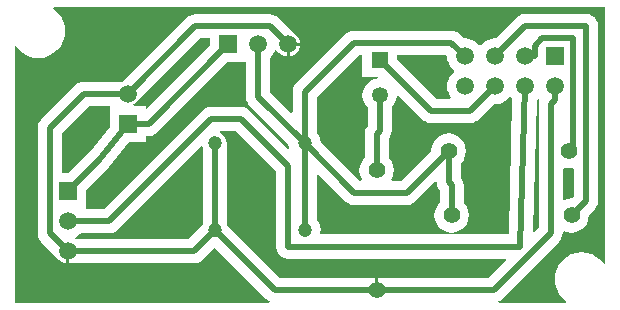
<source format=gbl>
%FSAX23Y23*%
%MOIN*%
G70*
G01*
G75*
G04 Layer_Physical_Order=2*
G04 Layer_Color=16711680*
%ADD10R,0.059X0.059*%
%ADD11C,0.059*%
%ADD12R,0.053X0.053*%
%ADD13C,0.053*%
%ADD14C,0.055*%
%ADD15C,0.047*%
%ADD16R,0.059X0.059*%
%ADD17C,0.020*%
G36*
X03937Y02099D02*
X03932Y02098D01*
X03922Y02111D01*
X03908Y02122D01*
X03893Y02130D01*
X03876Y02135D01*
X03858Y02137D01*
X03841Y02135D01*
X03824Y02130D01*
X03809Y02122D01*
X03795Y02111D01*
X03784Y02097D01*
X03776Y02081D01*
X03771Y02065D01*
X03769Y02047D01*
X03771Y02030D01*
X03776Y02013D01*
X03784Y01998D01*
X03795Y01984D01*
X03808Y01974D01*
X03807Y01969D01*
X03582D01*
X03581Y01974D01*
X03585Y01975D01*
X03594Y01981D01*
X03784Y02171D01*
X03784Y02171D01*
X03790Y02180D01*
X03794Y02190D01*
X03795Y02200D01*
X03795Y02200D01*
Y02205D01*
X03800Y02208D01*
X03810Y02204D01*
X03825Y02202D01*
X03840Y02204D01*
X03854Y02210D01*
X03866Y02219D01*
X03875Y02231D01*
X03881Y02245D01*
X03883Y02260D01*
X03883Y02261D01*
X03902Y02279D01*
X03902Y02279D01*
X03908Y02288D01*
X03912Y02298D01*
X03913Y02308D01*
X03913Y02308D01*
Y02891D01*
X03912Y02901D01*
X03908Y02911D01*
X03902Y02920D01*
X03893Y02926D01*
X03883Y02930D01*
X03873Y02931D01*
X03671D01*
X03671Y02931D01*
X03661Y02930D01*
X03651Y02926D01*
X03642Y02920D01*
X03642Y02920D01*
X03573Y02850D01*
X03570Y02850D01*
X03558Y02849D01*
X03547Y02845D01*
X03537Y02840D01*
X03528Y02832D01*
X03523Y02827D01*
X03517D01*
X03512Y02832D01*
X03503Y02840D01*
X03493Y02845D01*
X03482Y02849D01*
X03470Y02850D01*
X03467Y02850D01*
X03453Y02865D01*
X03444Y02871D01*
X03434Y02875D01*
X03424Y02876D01*
X03424Y02876D01*
X03100D01*
X03090Y02875D01*
X03080Y02871D01*
X03076Y02868D01*
X03071Y02865D01*
X03071Y02865D01*
X02906Y02700D01*
X02900Y02691D01*
X02896Y02681D01*
X02895Y02671D01*
X02895Y02671D01*
Y02604D01*
X02890Y02602D01*
X02820Y02672D01*
Y02786D01*
X02822Y02788D01*
X02830Y02797D01*
X02835Y02807D01*
X02836Y02811D01*
X02841Y02812D01*
X02851Y02801D01*
X02860Y02795D01*
X02870Y02791D01*
X02875Y02790D01*
Y02830D01*
X02880D01*
Y02835D01*
X02920D01*
X02919Y02840D01*
X02915Y02850D01*
X02909Y02859D01*
X02849Y02919D01*
X02840Y02925D01*
X02830Y02929D01*
X02820Y02930D01*
X02820Y02930D01*
X02570D01*
X02570Y02930D01*
X02560Y02929D01*
X02550Y02925D01*
X02541Y02919D01*
X02541Y02919D01*
X02328Y02705D01*
X02200D01*
X02200Y02705D01*
X02190Y02704D01*
X02180Y02700D01*
X02171Y02694D01*
X02171Y02694D01*
X02056Y02579D01*
X02050Y02570D01*
X02046Y02560D01*
X02045Y02550D01*
X02045Y02550D01*
Y02200D01*
X02045Y02200D01*
X02046Y02190D01*
X02050Y02180D01*
X02056Y02171D01*
X02116Y02111D01*
X02125Y02105D01*
X02135Y02101D01*
X02140Y02100D01*
Y02140D01*
X02150D01*
Y02100D01*
X02565D01*
X02565Y02100D01*
X02575Y02101D01*
X02585Y02105D01*
X02594Y02111D01*
X02632Y02150D01*
X02638D01*
X02806Y01981D01*
X02815Y01975D01*
X02819Y01974D01*
X02818Y01969D01*
X01972D01*
X01969Y01972D01*
X01969Y02823D01*
X01974Y02823D01*
X01984Y02811D01*
X01998Y02800D01*
X02013Y02791D01*
X02030Y02786D01*
X02047Y02785D01*
X02065Y02786D01*
X02081Y02791D01*
X02097Y02800D01*
X02111Y02811D01*
X02122Y02824D01*
X02130Y02840D01*
X02135Y02857D01*
X02137Y02874D01*
X02135Y02891D01*
X02130Y02908D01*
X02122Y02924D01*
X02111Y02937D01*
X02098Y02948D01*
X02099Y02953D01*
X03937D01*
Y02099D01*
D02*
G37*
G36*
X03718Y02647D02*
X03716Y02641D01*
X03715Y02631D01*
X03715Y02631D01*
Y02217D01*
X03701Y02203D01*
X03696Y02205D01*
X03709Y02645D01*
X03712Y02648D01*
X03714Y02650D01*
X03718Y02647D01*
D02*
G37*
G36*
X03815Y02417D02*
X03828Y02419D01*
X03833Y02415D01*
Y02325D01*
X03826Y02318D01*
X03825Y02318D01*
X03810Y02316D01*
X03800Y02312D01*
X03795Y02315D01*
Y02416D01*
X03799Y02419D01*
X03800Y02419D01*
X03815Y02417D01*
D02*
G37*
G36*
X02841Y02406D02*
Y02156D01*
X02842Y02146D01*
X02846Y02136D01*
X02852Y02128D01*
X02861Y02121D01*
X02871Y02117D01*
X02881Y02116D01*
X03607D01*
X03609Y02111D01*
X03548Y02050D01*
X03180D01*
Y02010D01*
X03170D01*
Y02050D01*
X02852D01*
X02675Y02227D01*
Y02500D01*
X02674Y02510D01*
X02670Y02520D01*
X02664Y02529D01*
X02655Y02535D01*
X02651Y02537D01*
X02652Y02542D01*
X02705D01*
X02841Y02406D01*
D02*
G37*
G36*
X02595Y02489D02*
Y02227D01*
X02548Y02180D01*
X02170D01*
X02169Y02185D01*
X02178Y02190D01*
X02187Y02198D01*
X02189Y02200D01*
X02282D01*
X02282Y02200D01*
X02292Y02201D01*
X02302Y02205D01*
X02311Y02211D01*
X02590Y02491D01*
X02595Y02489D01*
D02*
G37*
G36*
X03328Y02579D02*
X03336Y02573D01*
X03346Y02569D01*
X03356Y02568D01*
X03488D01*
X03488Y02568D01*
X03498Y02569D01*
X03508Y02573D01*
X03517Y02579D01*
X03567Y02630D01*
X03570Y02630D01*
X03582Y02631D01*
X03593Y02635D01*
X03603Y02640D01*
X03612Y02648D01*
X03617Y02653D01*
X03623D01*
X03628Y02648D01*
X03628Y02647D01*
X03615Y02197D01*
X02991D01*
X02988Y02200D01*
X02989Y02210D01*
X02987Y02224D01*
X02982Y02237D01*
X02975Y02246D01*
Y02396D01*
X02980Y02398D01*
X03071Y02306D01*
X03071Y02306D01*
X03076Y02303D01*
X03080Y02300D01*
X03090Y02296D01*
X03100Y02295D01*
X03275D01*
X03275Y02295D01*
X03285Y02296D01*
X03295Y02300D01*
X03304Y02306D01*
X03370Y02373D01*
X03372Y02372D01*
X03375Y02371D01*
X03376Y02362D01*
X03380Y02352D01*
X03385Y02346D01*
Y02302D01*
X03384Y02301D01*
X03375Y02289D01*
X03369Y02275D01*
X03367Y02260D01*
X03369Y02245D01*
X03375Y02231D01*
X03384Y02219D01*
X03396Y02210D01*
X03410Y02204D01*
X03425Y02202D01*
X03440Y02204D01*
X03454Y02210D01*
X03466Y02219D01*
X03475Y02231D01*
X03481Y02245D01*
X03483Y02260D01*
X03481Y02275D01*
X03475Y02289D01*
X03466Y02301D01*
X03465Y02302D01*
Y02362D01*
X03464Y02372D01*
X03460Y02382D01*
X03457Y02386D01*
X03455Y02388D01*
Y02433D01*
X03456Y02434D01*
X03465Y02446D01*
X03471Y02460D01*
X03473Y02475D01*
X03471Y02490D01*
X03465Y02504D01*
X03456Y02516D01*
X03444Y02525D01*
X03430Y02531D01*
X03415Y02533D01*
X03400Y02531D01*
X03386Y02525D01*
X03374Y02516D01*
X03365Y02504D01*
X03359Y02490D01*
X03357Y02475D01*
X03357Y02474D01*
X03258Y02375D01*
X03227D01*
X03224Y02380D01*
X03225Y02381D01*
X03231Y02395D01*
X03233Y02410D01*
X03231Y02425D01*
X03225Y02439D01*
X03216Y02451D01*
X03215Y02452D01*
Y02514D01*
X03217Y02516D01*
X03220Y02520D01*
X03224Y02530D01*
X03225Y02540D01*
Y02621D01*
X03225Y02621D01*
X03234Y02632D01*
X03240Y02646D01*
X03242Y02658D01*
X03247Y02660D01*
X03328Y02579D01*
D02*
G37*
G36*
X02620Y02828D02*
X02409Y02616D01*
X02405Y02618D01*
Y02625D01*
X02365D01*
X02364Y02630D01*
X02365Y02630D01*
X02374Y02636D01*
X02587Y02850D01*
X02620D01*
Y02828D01*
D02*
G37*
G36*
X03410Y02792D02*
X03410Y02790D01*
X03411Y02778D01*
X03415Y02767D01*
X03420Y02757D01*
X03428Y02748D01*
X03433Y02743D01*
Y02737D01*
X03428Y02732D01*
X03420Y02723D01*
X03415Y02713D01*
X03411Y02702D01*
X03410Y02690D01*
X03411Y02678D01*
X03415Y02667D01*
X03420Y02657D01*
X03423Y02653D01*
X03421Y02648D01*
X03373D01*
X03242Y02780D01*
Y02796D01*
X03407D01*
X03410Y02792D01*
D02*
G37*
G36*
X02740Y02770D02*
X02740Y02766D01*
Y02655D01*
X02740Y02655D01*
X02741Y02645D01*
X02745Y02635D01*
X02751Y02626D01*
X02881Y02497D01*
X02883Y02486D01*
X02883Y02485D01*
X02879Y02482D01*
X02751Y02611D01*
X02742Y02617D01*
X02732Y02621D01*
X02722Y02622D01*
X02722Y02622D01*
X02624D01*
X02614Y02621D01*
X02604Y02617D01*
X02600Y02614D01*
X02595Y02611D01*
X02595Y02611D01*
X02265Y02280D01*
X02209D01*
X02205Y02280D01*
Y02342D01*
X02278Y02416D01*
X02280Y02418D01*
X02282Y02420D01*
X02349Y02505D01*
X02405D01*
Y02525D01*
X02415D01*
X02415Y02525D01*
X02425Y02526D01*
X02435Y02530D01*
X02444Y02536D01*
X02678Y02770D01*
X02740D01*
D02*
G37*
G36*
X03128Y02722D02*
X03181D01*
X03181Y02717D01*
X03170Y02716D01*
X03156Y02710D01*
X03145Y02701D01*
X03136Y02689D01*
X03130Y02676D01*
X03128Y02661D01*
X03130Y02646D01*
X03136Y02632D01*
X03145Y02621D01*
X03145Y02621D01*
Y02556D01*
X03140Y02550D01*
X03136Y02540D01*
X03135Y02530D01*
X03135Y02530D01*
Y02452D01*
X03134Y02451D01*
X03125Y02439D01*
X03119Y02425D01*
X03117Y02410D01*
X03119Y02395D01*
X03125Y02381D01*
X03126Y02380D01*
X03123Y02375D01*
X03117D01*
X02989Y02503D01*
X02987Y02514D01*
X02982Y02527D01*
X02975Y02536D01*
Y02654D01*
X03117Y02796D01*
X03128D01*
Y02722D01*
D02*
G37*
G36*
X02285Y02625D02*
Y02555D01*
X02220Y02472D01*
X02147Y02400D01*
X02125D01*
Y02533D01*
X02217Y02625D01*
X02281D01*
X02285Y02625D01*
D02*
G37*
%LPC*%
G36*
X02920Y02825D02*
X02885D01*
Y02790D01*
X02890Y02791D01*
X02900Y02795D01*
X02909Y02801D01*
X02915Y02810D01*
X02919Y02820D01*
X02920Y02825D01*
D02*
G37*
%LPD*%
D10*
X02680Y02830D02*
D03*
X03770Y02790D02*
D03*
D11*
X02780Y02830D02*
D03*
X02880D02*
D03*
X03470Y02690D02*
D03*
Y02790D02*
D03*
X03570Y02690D02*
D03*
Y02790D02*
D03*
X03670Y02690D02*
D03*
Y02790D02*
D03*
X03770Y02690D02*
D03*
X02345Y02665D02*
D03*
X02145Y02240D02*
D03*
Y02140D02*
D03*
D12*
X03185Y02779D02*
D03*
D13*
Y02661D02*
D03*
D14*
X03175Y02410D02*
D03*
Y02010D02*
D03*
X03415Y02475D02*
D03*
X03815D02*
D03*
X03425Y02260D02*
D03*
X03825D02*
D03*
D15*
X02935Y02500D02*
D03*
X02635D02*
D03*
X02935Y02210D02*
D03*
X02635D02*
D03*
D16*
X02345Y02565D02*
D03*
X02145Y02340D02*
D03*
D17*
X03703Y02790D02*
Y02825D01*
X03770Y02646D02*
Y02690D01*
X03755Y02631D02*
X03770Y02646D01*
X03755Y02200D02*
Y02631D01*
X03565Y02010D02*
X03755Y02200D01*
X03175Y02010D02*
X03565D01*
X02635Y02210D02*
X02835Y02010D01*
X03175D01*
X02145Y02140D02*
X02565D01*
X02635Y02210D01*
X02145Y02240D02*
X02282D01*
X02624Y02582D01*
X02722D01*
X02881Y02423D01*
Y02156D02*
Y02423D01*
Y02156D02*
X03654D01*
X03670Y02690D01*
X03424Y02836D02*
X03470Y02790D01*
X03100Y02836D02*
X03424D01*
X02935Y02671D02*
X03100Y02836D01*
X02935Y02500D02*
Y02671D01*
X03185Y02779D02*
X03356Y02608D01*
X03488D01*
X03570Y02690D01*
X02345Y02565D02*
X02415D01*
X02680Y02830D01*
X02145Y02340D02*
X02250Y02445D01*
X02345Y02565D01*
X03570Y02790D02*
X03671Y02891D01*
X03873D01*
Y02308D02*
Y02891D01*
X03825Y02260D02*
X03873Y02308D01*
X03670Y02790D02*
X03703D01*
Y02825D02*
X03728Y02850D01*
X03830D01*
Y02490D02*
Y02850D01*
X03815Y02475D02*
X03830Y02490D01*
X02200Y02665D02*
X02345D01*
X02085Y02550D02*
X02200Y02665D01*
X02085Y02200D02*
Y02550D01*
Y02200D02*
X02145Y02140D01*
X02345Y02665D02*
X02570Y02890D01*
X02820D01*
X02880Y02830D01*
X02935Y02210D02*
Y02500D01*
X02780Y02655D02*
Y02830D01*
Y02655D02*
X02935Y02500D01*
X03275Y02335D02*
X03415Y02475D01*
X03100Y02335D02*
X03275D01*
X02935Y02500D02*
X03100Y02335D01*
X02635Y02210D02*
Y02500D01*
X03415Y02372D02*
Y02475D01*
Y02372D02*
X03425Y02362D01*
Y02260D02*
Y02362D01*
X03185Y02540D02*
Y02661D01*
X03175Y02530D02*
X03185Y02540D01*
X03175Y02410D02*
Y02530D01*
M02*

</source>
